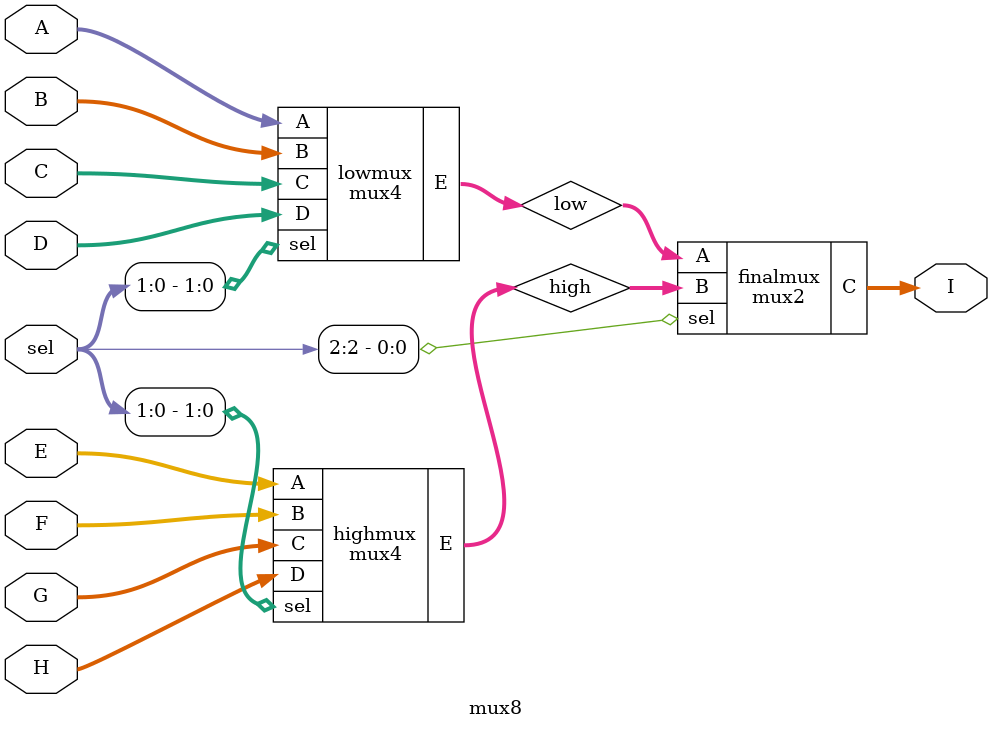
<source format=v>
`timescale 1ns / 1ps

module mux2(
	input sel,
	input [31:0] A,
	input [31:0] B,
	output [31:0] C
	);
	assign C = sel ? B : A;
endmodule

module mux4(
	input [1:0] sel,
	input [31:0] A,
	input [31:0] B,
	input [31:0] C,
	input [31:0] D,
	output [31:0] E
	);
	wire [31:0] low, high;
	mux2 lowmux(sel[0], A, B, low);
	mux2 highmux(sel[0], C, D, high);
	mux2 finalmux(sel[1], low, high, E);
endmodule
module mux2_5(
	input sel,
	input [4:0] A,
	input [4:0] B,
	output [4:0] C
	);
	assign C = sel ? B : A;
endmodule
module mux4_5(
	input [1:0] sel,
	input [4:0] A,
	input [4:0] B,
	input [4:0] C,
	input [4:0] D,
	output [4:0] E
	);
	wire [4:0] low, high;
	mux2_5 lowmux(sel[0], A, B, low);
	mux2_5 highmux(sel[0], C, D, high);
	mux2_5 finalmux(sel[1], low, high, E);
endmodule
module mux8(
	input [2:0] sel,
	input [31:0] A,
	input [31:0] B,
	input [31:0] C,
	input [31:0] D,
	input [31:0] E,
	input [31:0] F,
	input [31:0] G,
	input [31:0] H,
	output [31:0] I
	);
	wire [31:0] low, high;
	mux4 lowmux(sel[1:0], A, B, C, D, low);
	mux4 highmux(sel[1:0], E, F, G, H, high);
	mux2 finalmux(sel[2], low, high, I);
endmodule

</source>
